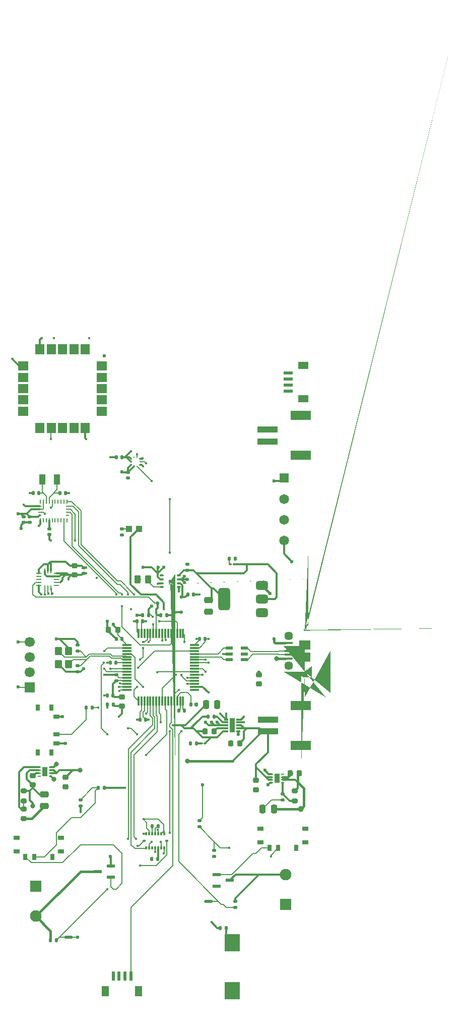
<source format=gbr>
G04 #@! TF.GenerationSoftware,KiCad,Pcbnew,9.0.4*
G04 #@! TF.CreationDate,2025-12-10T12:01:20-06:00*
G04 #@! TF.ProjectId,flightcompv2,666c6967-6874-4636-9f6d-7076322e6b69,rev?*
G04 #@! TF.SameCoordinates,Original*
G04 #@! TF.FileFunction,Copper,L1,Top*
G04 #@! TF.FilePolarity,Positive*
%FSLAX46Y46*%
G04 Gerber Fmt 4.6, Leading zero omitted, Abs format (unit mm)*
G04 Created by KiCad (PCBNEW 9.0.4) date 2025-12-10 12:01:20*
%MOMM*%
%LPD*%
G01*
G04 APERTURE LIST*
G04 Aperture macros list*
%AMRoundRect*
0 Rectangle with rounded corners*
0 $1 Rounding radius*
0 $2 $3 $4 $5 $6 $7 $8 $9 X,Y pos of 4 corners*
0 Add a 4 corners polygon primitive as box body*
4,1,4,$2,$3,$4,$5,$6,$7,$8,$9,$2,$3,0*
0 Add four circle primitives for the rounded corners*
1,1,$1+$1,$2,$3*
1,1,$1+$1,$4,$5*
1,1,$1+$1,$6,$7*
1,1,$1+$1,$8,$9*
0 Add four rect primitives between the rounded corners*
20,1,$1+$1,$2,$3,$4,$5,0*
20,1,$1+$1,$4,$5,$6,$7,0*
20,1,$1+$1,$6,$7,$8,$9,0*
20,1,$1+$1,$8,$9,$2,$3,0*%
%AMFreePoly0*
4,1,123,1.203536,0.953536,1.205000,0.950000,1.205000,-0.950000,1.203536,-0.953536,1.200000,-0.955000,-0.100000,-0.955000,-0.100192,-0.954996,-0.126192,-0.953996,-0.126383,-0.953985,-0.152383,-0.951985,-0.152573,-0.951967,-0.178573,-0.948967,-0.178944,-0.948910,-0.204944,-0.943910,-0.205167,-0.943862,-0.230167,-0.937862,-0.230300,-0.937828,-0.256300,-0.930828,-0.256756,-0.930682,-0.280756,-0.921682,
-0.280923,-0.921615,-0.304923,-0.911615,-0.305083,-0.911545,-0.329083,-0.900545,-0.329460,-0.900353,-0.352460,-0.887353,-0.352684,-0.887218,-0.396684,-0.859218,-0.397030,-0.858977,-0.418030,-0.842977,-0.418238,-0.842810,-0.438238,-0.825810,-0.438439,-0.825630,-0.457439,-0.807630,-0.457630,-0.807439,-0.475630,-0.788439,-0.475810,-0.788238,-0.492810,-0.768238,-0.492977,-0.768030,-0.508977,-0.747030,
-0.509218,-0.746684,-0.537218,-0.702684,-0.537353,-0.702460,-0.550353,-0.679460,-0.550545,-0.679083,-0.561545,-0.655083,-0.561615,-0.654923,-0.571615,-0.630923,-0.571682,-0.630756,-0.580682,-0.606756,-0.580828,-0.606300,-0.587828,-0.580300,-0.587862,-0.580167,-0.593862,-0.555167,-0.593910,-0.554944,-0.598910,-0.528944,-0.598967,-0.528573,-0.601967,-0.502573,-0.601985,-0.502383,-0.603985,-0.476383,
-0.603996,-0.476192,-0.604996,-0.450192,-0.605000,-0.450000,-0.605000,0.450000,-0.604996,0.450192,-0.603996,0.476192,-0.603985,0.476383,-0.601985,0.502383,-0.601967,0.502573,-0.598967,0.528573,-0.598910,0.528944,-0.593910,0.554944,-0.593862,0.555167,-0.587862,0.580167,-0.587828,0.580300,-0.580828,0.606300,-0.580682,0.606756,-0.571682,0.630756,-0.571615,0.630923,-0.561615,0.654923,
-0.561545,0.655083,-0.550545,0.679083,-0.550353,0.679460,-0.537353,0.702460,-0.537218,0.702684,-0.509218,0.746684,-0.508977,0.747030,-0.492977,0.768030,-0.492810,0.768238,-0.475810,0.788238,-0.475630,0.788439,-0.457630,0.807439,-0.457439,0.807630,-0.438439,0.825630,-0.438238,0.825810,-0.418238,0.842810,-0.418030,0.842977,-0.397030,0.858977,-0.396684,0.859218,-0.352684,0.887218,
-0.352460,0.887353,-0.329460,0.900353,-0.329083,0.900545,-0.305083,0.911545,-0.304923,0.911615,-0.280923,0.921615,-0.280756,0.921682,-0.256756,0.930682,-0.256300,0.930828,-0.230300,0.937828,-0.230167,0.937862,-0.205167,0.943862,-0.204944,0.943910,-0.178944,0.948910,-0.178573,0.948967,-0.152573,0.951967,-0.152383,0.951985,-0.126383,0.953985,-0.126192,0.953996,-0.100192,0.954996,
-0.100000,0.955000,1.200000,0.955000,1.203536,0.953536,1.203536,0.953536,$1*%
%AMFreePoly1*
4,1,123,0.100192,0.954996,0.126192,0.953996,0.126383,0.953985,0.152383,0.951985,0.152573,0.951967,0.178573,0.948967,0.178944,0.948910,0.204944,0.943910,0.205167,0.943862,0.230167,0.937862,0.230300,0.937828,0.256300,0.930828,0.256756,0.930682,0.280756,0.921682,0.280923,0.921615,0.304923,0.911615,0.305083,0.911545,0.329083,0.900545,0.329460,0.900353,0.352460,0.887353,
0.352684,0.887218,0.396684,0.859218,0.397030,0.858977,0.418030,0.842977,0.418238,0.842810,0.438238,0.825810,0.438439,0.825630,0.457439,0.807630,0.457630,0.807439,0.475630,0.788439,0.475810,0.788238,0.492810,0.768238,0.492977,0.768030,0.508977,0.747030,0.509218,0.746684,0.537218,0.702684,0.537353,0.702460,0.550353,0.679460,0.550545,0.679083,0.561545,0.655083,
0.561615,0.654923,0.571615,0.630923,0.571682,0.630756,0.580682,0.606756,0.580828,0.606300,0.587828,0.580300,0.587862,0.580167,0.593862,0.555167,0.593910,0.554944,0.598910,0.528944,0.598967,0.528573,0.601967,0.502573,0.601985,0.502383,0.603985,0.476383,0.603996,0.476192,0.604996,0.450192,0.605000,0.450000,0.605000,-0.450000,0.604996,-0.450192,0.603996,-0.476192,
0.603985,-0.476383,0.601985,-0.502383,0.601967,-0.502573,0.598967,-0.528573,0.598910,-0.528944,0.593910,-0.554944,0.593862,-0.555167,0.587862,-0.580167,0.587828,-0.580300,0.580828,-0.606300,0.580682,-0.606756,0.571682,-0.630756,0.571615,-0.630923,0.561615,-0.654923,0.561545,-0.655083,0.550545,-0.679083,0.550353,-0.679460,0.537353,-0.702460,0.537218,-0.702684,0.509218,-0.746684,
0.508977,-0.747030,0.492977,-0.768030,0.492810,-0.768238,0.475810,-0.788238,0.475630,-0.788439,0.457630,-0.807439,0.457439,-0.807630,0.438439,-0.825630,0.438238,-0.825810,0.418238,-0.842810,0.418030,-0.842977,0.397030,-0.858977,0.396684,-0.859218,0.352684,-0.887218,0.352460,-0.887353,0.329460,-0.900353,0.329083,-0.900545,0.305083,-0.911545,0.304923,-0.911615,0.280923,-0.921615,
0.280756,-0.921682,0.256756,-0.930682,0.256300,-0.930828,0.230300,-0.937828,0.230167,-0.937862,0.205167,-0.943862,0.204944,-0.943910,0.178944,-0.948910,0.178573,-0.948967,0.152573,-0.951967,0.152383,-0.951985,0.126383,-0.953985,0.126192,-0.953996,0.100192,-0.954996,0.100000,-0.955000,-1.200000,-0.955000,-1.203536,-0.953536,-1.205000,-0.950000,-1.205000,0.950000,-1.203536,0.953536,
-1.200000,0.955000,0.100000,0.955000,0.100192,0.954996,0.100192,0.954996,$1*%
%AMFreePoly2*
4,1,153,0.781581,1.204743,0.783810,1.204000,0.785000,1.204000,0.786581,1.203743,0.788810,1.203000,0.790000,1.203000,0.791581,1.202743,0.794581,1.201743,0.795236,1.201472,0.796920,1.200630,0.799581,1.199743,0.801536,1.198536,0.802964,1.197108,0.804236,1.196472,0.805536,1.195536,0.806964,1.194108,0.808236,1.193472,0.809536,1.192536,0.817536,1.184536,0.818472,1.183236,
0.819108,1.181964,0.820536,1.180536,0.821472,1.179236,0.822108,1.177964,0.823536,1.176536,0.824743,1.174581,0.825630,1.171920,0.826472,1.170236,0.826743,1.169581,0.827743,1.166581,0.828000,1.165000,0.828000,1.163810,0.828743,1.161581,0.829000,1.160000,0.829000,1.158810,0.829743,1.156581,0.830000,1.155000,0.830000,-1.155000,0.829743,-1.156581,0.829000,-1.158810,
0.829000,-1.160000,0.828743,-1.161581,0.828000,-1.163810,0.828000,-1.165000,0.827743,-1.166581,0.826743,-1.169581,0.826472,-1.170236,0.825630,-1.171920,0.824743,-1.174581,0.823536,-1.176536,0.822108,-1.177964,0.821472,-1.179236,0.820536,-1.180536,0.819108,-1.181964,0.818472,-1.183236,0.817536,-1.184536,0.809536,-1.192536,0.808236,-1.193472,0.806964,-1.194108,0.805536,-1.195536,
0.804236,-1.196472,0.802964,-1.197108,0.801536,-1.198536,0.799581,-1.199743,0.796920,-1.200630,0.795236,-1.201472,0.794581,-1.201743,0.791581,-1.202743,0.790000,-1.203000,0.788810,-1.203000,0.786581,-1.203743,0.785000,-1.204000,0.783810,-1.204000,0.781581,-1.204743,0.780000,-1.205000,-0.780000,-1.205000,-0.781581,-1.204743,-0.783810,-1.204000,-0.785000,-1.204000,-0.786581,-1.203743,
-0.788810,-1.203000,-0.790000,-1.203000,-0.791581,-1.202743,-0.794581,-1.201743,-0.795236,-1.201472,-0.796920,-1.200630,-0.799581,-1.199743,-0.801536,-1.198536,-0.802964,-1.197108,-0.804236,-1.196472,-0.805536,-1.195536,-0.806964,-1.194108,-0.808236,-1.193472,-0.809536,-1.192536,-0.817536,-1.184536,-0.818472,-1.183236,-0.819108,-1.181964,-0.820536,-1.180536,-0.821472,-1.179236,-0.822108,-1.177964,
-0.823536,-1.176536,-0.824743,-1.174581,-0.825630,-1.171920,-0.826472,-1.170236,-0.826743,-1.169581,-0.827743,-1.166581,-0.828000,-1.165000,-0.828000,-1.163810,-0.828743,-1.161581,-0.829000,-1.160000,-0.829000,-1.158810,-0.829743,-1.156581,-0.830000,-1.155000,-0.830000,1.155000,-0.829743,1.156581,-0.829000,1.158810,-0.829000,1.160000,-0.828743,1.161581,-0.828000,1.163810,-0.828000,1.165000,
-0.827743,1.166581,-0.826743,1.169581,-0.826472,1.170236,-0.825630,1.171920,-0.824743,1.174581,-0.823536,1.176536,-0.822108,1.177964,-0.821472,1.179236,-0.820536,1.180536,-0.819108,1.181964,-0.818472,1.183236,-0.817536,1.184536,-0.809536,1.192536,-0.808236,1.193472,-0.806964,1.194108,-0.805536,1.195536,-0.804236,1.196472,-0.802964,1.197108,-0.801536,1.198536,-0.799581,1.199743,
-0.796920,1.200630,-0.795236,1.201472,-0.794581,1.201743,-0.791581,1.202743,-0.790000,1.203000,-0.788810,1.203000,-0.786581,1.203743,-0.785000,1.204000,-0.783810,1.204000,-0.781581,1.204743,-0.780000,1.205000,0.780000,1.205000,0.781581,1.204743,0.781581,1.204743,$1*%
G04 Aperture macros list end*
G04 #@! TA.AperFunction,EtchedComponent*
%ADD10C,0.000000*%
G04 #@! TD*
G04 #@! TA.AperFunction,SMDPad,CuDef*
%ADD11R,1.000000X1.800000*%
G04 #@! TD*
G04 #@! TA.AperFunction,SMDPad,CuDef*
%ADD12RoundRect,0.250000X-0.475000X0.250000X-0.475000X-0.250000X0.475000X-0.250000X0.475000X0.250000X0*%
G04 #@! TD*
G04 #@! TA.AperFunction,SMDPad,CuDef*
%ADD13RoundRect,0.218750X-0.256250X0.218750X-0.256250X-0.218750X0.256250X-0.218750X0.256250X0.218750X0*%
G04 #@! TD*
G04 #@! TA.AperFunction,SMDPad,CuDef*
%ADD14R,1.100000X0.700000*%
G04 #@! TD*
G04 #@! TA.AperFunction,SMDPad,CuDef*
%ADD15R,0.800000X1.000000*%
G04 #@! TD*
G04 #@! TA.AperFunction,SMDPad,CuDef*
%ADD16R,1.549400X0.609600*%
G04 #@! TD*
G04 #@! TA.AperFunction,SMDPad,CuDef*
%ADD17R,1.803400X1.193800*%
G04 #@! TD*
G04 #@! TA.AperFunction,SMDPad,CuDef*
%ADD18RoundRect,0.225000X0.225000X0.250000X-0.225000X0.250000X-0.225000X-0.250000X0.225000X-0.250000X0*%
G04 #@! TD*
G04 #@! TA.AperFunction,SMDPad,CuDef*
%ADD19RoundRect,0.140000X-0.140000X-0.170000X0.140000X-0.170000X0.140000X0.170000X-0.140000X0.170000X0*%
G04 #@! TD*
G04 #@! TA.AperFunction,SMDPad,CuDef*
%ADD20RoundRect,0.073750X-0.531250X-0.221250X0.531250X-0.221250X0.531250X0.221250X-0.531250X0.221250X0*%
G04 #@! TD*
G04 #@! TA.AperFunction,SMDPad,CuDef*
%ADD21RoundRect,0.225000X-0.250000X0.225000X-0.250000X-0.225000X0.250000X-0.225000X0.250000X0.225000X0*%
G04 #@! TD*
G04 #@! TA.AperFunction,SMDPad,CuDef*
%ADD22RoundRect,0.250000X-0.350000X0.450000X-0.350000X-0.450000X0.350000X-0.450000X0.350000X0.450000X0*%
G04 #@! TD*
G04 #@! TA.AperFunction,SMDPad,CuDef*
%ADD23R,0.609600X1.549400*%
G04 #@! TD*
G04 #@! TA.AperFunction,SMDPad,CuDef*
%ADD24R,1.193800X1.803400*%
G04 #@! TD*
G04 #@! TA.AperFunction,SMDPad,CuDef*
%ADD25RoundRect,0.135000X0.185000X-0.135000X0.185000X0.135000X-0.185000X0.135000X-0.185000X-0.135000X0*%
G04 #@! TD*
G04 #@! TA.AperFunction,SMDPad,CuDef*
%ADD26R,1.100000X1.000000*%
G04 #@! TD*
G04 #@! TA.AperFunction,SMDPad,CuDef*
%ADD27RoundRect,0.218750X-0.218750X-0.256250X0.218750X-0.256250X0.218750X0.256250X-0.218750X0.256250X0*%
G04 #@! TD*
G04 #@! TA.AperFunction,SMDPad,CuDef*
%ADD28RoundRect,0.135000X-0.135000X-0.185000X0.135000X-0.185000X0.135000X0.185000X-0.135000X0.185000X0*%
G04 #@! TD*
G04 #@! TA.AperFunction,SMDPad,CuDef*
%ADD29R,1.350000X0.400000*%
G04 #@! TD*
G04 #@! TA.AperFunction,ComponentPad*
%ADD30C,1.450000*%
G04 #@! TD*
G04 #@! TA.AperFunction,ComponentPad*
%ADD31FreePoly0,90.000000*%
G04 #@! TD*
G04 #@! TA.AperFunction,SMDPad,CuDef*
%ADD32R,1.900000X1.500000*%
G04 #@! TD*
G04 #@! TA.AperFunction,ComponentPad*
%ADD33FreePoly1,90.000000*%
G04 #@! TD*
G04 #@! TA.AperFunction,SMDPad,CuDef*
%ADD34RoundRect,0.140000X0.170000X-0.140000X0.170000X0.140000X-0.170000X0.140000X-0.170000X-0.140000X0*%
G04 #@! TD*
G04 #@! TA.AperFunction,SMDPad,CuDef*
%ADD35R,2.500000X3.000000*%
G04 #@! TD*
G04 #@! TA.AperFunction,SMDPad,CuDef*
%ADD36R,0.499999X0.249999*%
G04 #@! TD*
G04 #@! TA.AperFunction,SMDPad,CuDef*
%ADD37R,0.900001X1.599999*%
G04 #@! TD*
G04 #@! TA.AperFunction,SMDPad,CuDef*
%ADD38R,1.320800X0.558800*%
G04 #@! TD*
G04 #@! TA.AperFunction,SMDPad,CuDef*
%ADD39RoundRect,0.200000X-0.275000X0.200000X-0.275000X-0.200000X0.275000X-0.200000X0.275000X0.200000X0*%
G04 #@! TD*
G04 #@! TA.AperFunction,SMDPad,CuDef*
%ADD40R,0.250000X0.675000*%
G04 #@! TD*
G04 #@! TA.AperFunction,SMDPad,CuDef*
%ADD41R,0.575000X0.250000*%
G04 #@! TD*
G04 #@! TA.AperFunction,SMDPad,CuDef*
%ADD42RoundRect,0.225000X0.250000X-0.225000X0.250000X0.225000X-0.250000X0.225000X-0.250000X-0.225000X0*%
G04 #@! TD*
G04 #@! TA.AperFunction,ComponentPad*
%ADD43R,1.650000X1.650000*%
G04 #@! TD*
G04 #@! TA.AperFunction,ComponentPad*
%ADD44C,1.650000*%
G04 #@! TD*
G04 #@! TA.AperFunction,SMDPad,CuDef*
%ADD45RoundRect,0.140000X0.140000X0.170000X-0.140000X0.170000X-0.140000X-0.170000X0.140000X-0.170000X0*%
G04 #@! TD*
G04 #@! TA.AperFunction,SMDPad,CuDef*
%ADD46R,0.250000X0.275000*%
G04 #@! TD*
G04 #@! TA.AperFunction,SMDPad,CuDef*
%ADD47R,0.275000X0.250000*%
G04 #@! TD*
G04 #@! TA.AperFunction,SMDPad,CuDef*
%ADD48R,3.500000X1.000000*%
G04 #@! TD*
G04 #@! TA.AperFunction,SMDPad,CuDef*
%ADD49R,3.400000X1.500000*%
G04 #@! TD*
G04 #@! TA.AperFunction,SMDPad,CuDef*
%ADD50RoundRect,0.135000X0.135000X0.185000X-0.135000X0.185000X-0.135000X-0.185000X0.135000X-0.185000X0*%
G04 #@! TD*
G04 #@! TA.AperFunction,SMDPad,CuDef*
%ADD51RoundRect,0.075000X-0.700000X-0.075000X0.700000X-0.075000X0.700000X0.075000X-0.700000X0.075000X0*%
G04 #@! TD*
G04 #@! TA.AperFunction,SMDPad,CuDef*
%ADD52RoundRect,0.075000X-0.075000X-0.700000X0.075000X-0.700000X0.075000X0.700000X-0.075000X0.700000X0*%
G04 #@! TD*
G04 #@! TA.AperFunction,SMDPad,CuDef*
%ADD53RoundRect,0.250000X-0.262500X-0.450000X0.262500X-0.450000X0.262500X0.450000X-0.262500X0.450000X0*%
G04 #@! TD*
G04 #@! TA.AperFunction,ComponentPad*
%ADD54R,1.950000X1.950000*%
G04 #@! TD*
G04 #@! TA.AperFunction,ComponentPad*
%ADD55C,1.950000*%
G04 #@! TD*
G04 #@! TA.AperFunction,SMDPad,CuDef*
%ADD56C,0.500000*%
G04 #@! TD*
G04 #@! TA.AperFunction,SMDPad,CuDef*
%ADD57R,1.800000X1.500000*%
G04 #@! TD*
G04 #@! TA.AperFunction,SMDPad,CuDef*
%ADD58R,1.500000X1.800000*%
G04 #@! TD*
G04 #@! TA.AperFunction,SMDPad,CuDef*
%ADD59RoundRect,0.140000X-0.170000X0.140000X-0.170000X-0.140000X0.170000X-0.140000X0.170000X0.140000X0*%
G04 #@! TD*
G04 #@! TA.AperFunction,SMDPad,CuDef*
%ADD60RoundRect,0.135000X-0.185000X0.135000X-0.185000X-0.135000X0.185000X-0.135000X0.185000X0.135000X0*%
G04 #@! TD*
G04 #@! TA.AperFunction,SMDPad,CuDef*
%ADD61RoundRect,0.250000X0.250000X0.475000X-0.250000X0.475000X-0.250000X-0.475000X0.250000X-0.475000X0*%
G04 #@! TD*
G04 #@! TA.AperFunction,SMDPad,CuDef*
%ADD62R,0.700000X1.100000*%
G04 #@! TD*
G04 #@! TA.AperFunction,SMDPad,CuDef*
%ADD63R,1.000000X0.800000*%
G04 #@! TD*
G04 #@! TA.AperFunction,SMDPad,CuDef*
%ADD64RoundRect,0.052500X-0.247500X-0.097500X0.247500X-0.097500X0.247500X0.097500X-0.247500X0.097500X0*%
G04 #@! TD*
G04 #@! TA.AperFunction,SMDPad,CuDef*
%ADD65FreePoly2,0.000000*%
G04 #@! TD*
G04 #@! TA.AperFunction,SMDPad,CuDef*
%ADD66RoundRect,0.250000X-0.250000X-0.475000X0.250000X-0.475000X0.250000X0.475000X-0.250000X0.475000X0*%
G04 #@! TD*
G04 #@! TA.AperFunction,SMDPad,CuDef*
%ADD67R,0.350000X0.590000*%
G04 #@! TD*
G04 #@! TA.AperFunction,SMDPad,CuDef*
%ADD68R,0.590000X0.350000*%
G04 #@! TD*
G04 #@! TA.AperFunction,ComponentPad*
%ADD69R,1.700000X1.700000*%
G04 #@! TD*
G04 #@! TA.AperFunction,ComponentPad*
%ADD70C,1.700000*%
G04 #@! TD*
G04 #@! TA.AperFunction,SMDPad,CuDef*
%ADD71RoundRect,0.375000X0.625000X0.375000X-0.625000X0.375000X-0.625000X-0.375000X0.625000X-0.375000X0*%
G04 #@! TD*
G04 #@! TA.AperFunction,SMDPad,CuDef*
%ADD72RoundRect,0.500000X0.500000X1.400000X-0.500000X1.400000X-0.500000X-1.400000X0.500000X-1.400000X0*%
G04 #@! TD*
G04 #@! TA.AperFunction,SMDPad,CuDef*
%ADD73R,0.830000X0.270000*%
G04 #@! TD*
G04 #@! TA.AperFunction,SMDPad,CuDef*
%ADD74R,0.270000X0.830000*%
G04 #@! TD*
G04 #@! TA.AperFunction,SMDPad,CuDef*
%ADD75RoundRect,0.100000X-0.130000X-0.100000X0.130000X-0.100000X0.130000X0.100000X-0.130000X0.100000X0*%
G04 #@! TD*
G04 #@! TA.AperFunction,SMDPad,CuDef*
%ADD76RoundRect,0.033750X0.336250X0.101250X-0.336250X0.101250X-0.336250X-0.101250X0.336250X-0.101250X0*%
G04 #@! TD*
G04 #@! TA.AperFunction,SMDPad,CuDef*
%ADD77R,0.840000X2.400000*%
G04 #@! TD*
G04 #@! TA.AperFunction,SMDPad,CuDef*
%ADD78RoundRect,0.200000X0.275000X-0.200000X0.275000X0.200000X-0.275000X0.200000X-0.275000X-0.200000X0*%
G04 #@! TD*
G04 #@! TA.AperFunction,SMDPad,CuDef*
%ADD79RoundRect,0.218750X0.218750X0.256250X-0.218750X0.256250X-0.218750X-0.256250X0.218750X-0.256250X0*%
G04 #@! TD*
G04 #@! TA.AperFunction,ViaPad*
%ADD80C,0.600000*%
G04 #@! TD*
G04 #@! TA.AperFunction,ViaPad*
%ADD81C,0.400000*%
G04 #@! TD*
G04 #@! TA.AperFunction,ViaPad*
%ADD82C,0.800000*%
G04 #@! TD*
G04 #@! TA.AperFunction,ViaPad*
%ADD83C,1.000000*%
G04 #@! TD*
G04 #@! TA.AperFunction,ViaPad*
%ADD84C,0.700000*%
G04 #@! TD*
G04 #@! TA.AperFunction,Conductor*
%ADD85C,0.300000*%
G04 #@! TD*
G04 #@! TA.AperFunction,Conductor*
%ADD86C,0.200000*%
G04 #@! TD*
G04 #@! TA.AperFunction,Conductor*
%ADD87C,0.350000*%
G04 #@! TD*
G04 #@! TA.AperFunction,Conductor*
%ADD88C,0.400000*%
G04 #@! TD*
G04 APERTURE END LIST*
D10*
G04 #@! TA.AperFunction,EtchedComponent*
G36*
X165500000Y-139250000D02*
G01*
X164500000Y-139250000D01*
X164500000Y-138750000D01*
X165500000Y-138750000D01*
X165500000Y-139250000D01*
G37*
G04 #@! TD.AperFunction*
G04 #@! TA.AperFunction,EtchedComponent*
G36*
X189000000Y-133250000D02*
G01*
X188000000Y-133250000D01*
X188000000Y-132750000D01*
X189000000Y-132750000D01*
X189000000Y-133250000D01*
G37*
G04 #@! TD.AperFunction*
D11*
X163062500Y-62250000D03*
X160562500Y-62250000D03*
D12*
X160950001Y-115100000D03*
X160950001Y-117000000D03*
D13*
X158950001Y-111925000D03*
X158950001Y-113500000D03*
D14*
X163000000Y-102000000D03*
X163000000Y-105000000D03*
X163000000Y-106500000D03*
D15*
X159800000Y-108000000D03*
X159800000Y-100500000D03*
X162100000Y-100500000D03*
X162100000Y-108000000D03*
D12*
X188500000Y-82500000D03*
X188500000Y-84400000D03*
D16*
X201891550Y-44405050D03*
X201891550Y-45405051D03*
X201891550Y-46405049D03*
X201891550Y-47405050D03*
D17*
X204416549Y-43105051D03*
X204416549Y-48705049D03*
D18*
X193775000Y-106500000D03*
X192225000Y-106500000D03*
D19*
X163540000Y-64500000D03*
X164500000Y-64500000D03*
D20*
X192000000Y-90550000D03*
X192000000Y-91500000D03*
X192000000Y-92450000D03*
X194510000Y-92450000D03*
X194510000Y-91500000D03*
X194510000Y-90550000D03*
D13*
X174000000Y-98712500D03*
X174000000Y-100287500D03*
D21*
X197000000Y-95000000D03*
X197000000Y-96550000D03*
D22*
X163300000Y-91000000D03*
X163300000Y-93200000D03*
X165000000Y-93200000D03*
X165000000Y-91000000D03*
D23*
X175500000Y-145578400D03*
X174499999Y-145578400D03*
X173500001Y-145578400D03*
X172500000Y-145578400D03*
D24*
X176799999Y-148103399D03*
X171200001Y-148103399D03*
D25*
X187000000Y-120520000D03*
X187000000Y-119500000D03*
D26*
X175150000Y-70500000D03*
X176850000Y-70500000D03*
D27*
X202212500Y-111500000D03*
X203787500Y-111500000D03*
D28*
X161980000Y-139500000D03*
X163000000Y-139500000D03*
D29*
X202000000Y-92300000D03*
X202000000Y-91650000D03*
X202000000Y-91000000D03*
X202000000Y-90350000D03*
X202000000Y-89700000D03*
D30*
X201975000Y-93500000D03*
X201975000Y-88500000D03*
D31*
X204675000Y-94500000D03*
D32*
X204675000Y-92000000D03*
X204675000Y-90000000D03*
D33*
X204675000Y-87500000D03*
D34*
X185000000Y-77460000D03*
X185000000Y-76500000D03*
D35*
X192500000Y-148000000D03*
X192500000Y-140000000D03*
D36*
X161950001Y-111999999D03*
X161950001Y-111500000D03*
X161950001Y-110999998D03*
X161950001Y-110500000D03*
X160049999Y-110500000D03*
X160049999Y-110999998D03*
X160049999Y-111500000D03*
X160049999Y-111999999D03*
D37*
X161000000Y-111250001D03*
D38*
X172092200Y-128939800D03*
X172092200Y-127060200D03*
X169907800Y-128000000D03*
D39*
X157450001Y-114500000D03*
X157450001Y-116150000D03*
D40*
X160250000Y-65937500D03*
D41*
X160187500Y-66750000D03*
X160187500Y-67250000D03*
X160187500Y-67750000D03*
X160187500Y-68250000D03*
D40*
X160250000Y-69062500D03*
X160750000Y-69062500D03*
X161250000Y-69062500D03*
X161750000Y-69062500D03*
X162250000Y-69062500D03*
X162750000Y-69062500D03*
X163250000Y-69062500D03*
X163750000Y-69062500D03*
X164250000Y-69062500D03*
X164750000Y-69062500D03*
D41*
X164812500Y-68250000D03*
X164812500Y-67750000D03*
X164812500Y-67250000D03*
X164812500Y-66750000D03*
D40*
X164750000Y-65937500D03*
X164250000Y-65937500D03*
X163750000Y-65937500D03*
X163250000Y-65937500D03*
X162750000Y-65937500D03*
X162250000Y-65937500D03*
X161750000Y-65937500D03*
X161250000Y-65937500D03*
X160750000Y-65937500D03*
D42*
X166000000Y-78275000D03*
X166000000Y-76725000D03*
D43*
X201195000Y-62000000D03*
D44*
X201195000Y-65500000D03*
X201195000Y-69000000D03*
X201195000Y-72500000D03*
D36*
X199099998Y-111649998D03*
X199099998Y-112149997D03*
X199099998Y-112649999D03*
X199099998Y-113149997D03*
X201000000Y-113149997D03*
X201000000Y-112649999D03*
X201000000Y-112149997D03*
X201000000Y-111649998D03*
D37*
X200049999Y-112399996D03*
D45*
X172500000Y-100000000D03*
X171540000Y-100000000D03*
D46*
X176000000Y-60025000D03*
X176500000Y-60025000D03*
D47*
X177012500Y-59762500D03*
X177012500Y-59262500D03*
X177012500Y-58762500D03*
D46*
X176500000Y-58500000D03*
X176000000Y-58500000D03*
D47*
X175487500Y-58762500D03*
X175487500Y-59262500D03*
X175487500Y-59762500D03*
D21*
X164500000Y-112225000D03*
X164500000Y-113775000D03*
D19*
X187020000Y-89000000D03*
X187980000Y-89000000D03*
D48*
X198500000Y-104500000D03*
X198500000Y-102500000D03*
D49*
X204050000Y-106850000D03*
X204050000Y-100150000D03*
D19*
X179006238Y-125869998D03*
X179966238Y-125869998D03*
D50*
X178500000Y-85000000D03*
X177480000Y-85000000D03*
D51*
X174825000Y-90000000D03*
X174825000Y-90500000D03*
X174825000Y-91000000D03*
X174825000Y-91500000D03*
X174825000Y-92000000D03*
X174825000Y-92500000D03*
X174825000Y-93000000D03*
X174825000Y-93500000D03*
X174825000Y-94000000D03*
X174825000Y-94500000D03*
X174825000Y-95000000D03*
X174825000Y-95500000D03*
X174825000Y-96000000D03*
X174825000Y-96500000D03*
X174825000Y-97000000D03*
X174825000Y-97500000D03*
D52*
X176750000Y-99425000D03*
X177250000Y-99425000D03*
X177750000Y-99425000D03*
X178250000Y-99425000D03*
X178750000Y-99425000D03*
X179250000Y-99425000D03*
X179750000Y-99425000D03*
X180250000Y-99425000D03*
X180750000Y-99425000D03*
X181250000Y-99425000D03*
X181750000Y-99425000D03*
X182250000Y-99425000D03*
X182750000Y-99425000D03*
X183250000Y-99425000D03*
X183750000Y-99425000D03*
X184250000Y-99425000D03*
D51*
X186175000Y-97500000D03*
X186175000Y-97000000D03*
X186175000Y-96500000D03*
X186175000Y-96000000D03*
X186175000Y-95500000D03*
X186175000Y-95000000D03*
X186175000Y-94500000D03*
X186175000Y-94000000D03*
X186175000Y-93500000D03*
X186175000Y-93000000D03*
X186175000Y-92500000D03*
X186175000Y-92000000D03*
X186175000Y-91500000D03*
X186175000Y-91000000D03*
X186175000Y-90500000D03*
X186175000Y-90000000D03*
D52*
X184250000Y-88075000D03*
X183750000Y-88075000D03*
X183250000Y-88075000D03*
X182750000Y-88075000D03*
X182250000Y-88075000D03*
X181750000Y-88075000D03*
X181250000Y-88075000D03*
X180750000Y-88075000D03*
X180250000Y-88075000D03*
X179750000Y-88075000D03*
X179250000Y-88075000D03*
X178750000Y-88075000D03*
X178250000Y-88075000D03*
X177750000Y-88075000D03*
X177250000Y-88075000D03*
X176750000Y-88075000D03*
D53*
X176577500Y-79000000D03*
X178402500Y-79000000D03*
D45*
X172480000Y-98500000D03*
X171520000Y-98500000D03*
D19*
X185540000Y-100000000D03*
X186500000Y-100000000D03*
D45*
X177980000Y-102500000D03*
X177020000Y-102500000D03*
D54*
X159500000Y-130500000D03*
D55*
X159500000Y-135500000D03*
D39*
X203000000Y-114500000D03*
X203000000Y-116150000D03*
D50*
X186510000Y-106500000D03*
X185490000Y-106500000D03*
D56*
X165500000Y-139000000D03*
X164500000Y-139000000D03*
D34*
X167500000Y-77980000D03*
X167500000Y-77020000D03*
D28*
X191980000Y-75500000D03*
X193000000Y-75500000D03*
D25*
X200990000Y-116020000D03*
X200990000Y-115000000D03*
D57*
X157400000Y-43200000D03*
X157400000Y-45100000D03*
X157400000Y-47000000D03*
X157400000Y-48900000D03*
X157400000Y-50800000D03*
D58*
X160200000Y-53600000D03*
X162100000Y-53600000D03*
X164000000Y-53600000D03*
X165900000Y-53600000D03*
X167800000Y-53600000D03*
D57*
X170600000Y-50800000D03*
X170600000Y-48900000D03*
X170600000Y-47000000D03*
X170600000Y-45100000D03*
X170600000Y-43200000D03*
D58*
X167800000Y-40400000D03*
X165900000Y-40400000D03*
X164000000Y-40400000D03*
X162100000Y-40400000D03*
X160200000Y-40400000D03*
D21*
X196500000Y-112725000D03*
X196500000Y-114275000D03*
D59*
X157500000Y-68480000D03*
X157500000Y-69440000D03*
D28*
X180490000Y-85000000D03*
X181510000Y-85000000D03*
D60*
X174000000Y-70500000D03*
X174000000Y-71520000D03*
D61*
X199500000Y-117500000D03*
X197600000Y-117500000D03*
D50*
X171000000Y-114000000D03*
X169980000Y-114000000D03*
D28*
X190490000Y-137500000D03*
X191510000Y-137500000D03*
D34*
X173000000Y-95980000D03*
X173000000Y-95020000D03*
D62*
X203250000Y-124050000D03*
X200250000Y-124050000D03*
X198750000Y-124050000D03*
D63*
X197250000Y-120850000D03*
X204750000Y-120850000D03*
X204750000Y-123150000D03*
X197250000Y-123150000D03*
D59*
X166500000Y-93500000D03*
X166500000Y-94460000D03*
D60*
X193000000Y-132990000D03*
X193000000Y-134010000D03*
D19*
X185040000Y-81500000D03*
X186000000Y-81500000D03*
D64*
X180700000Y-78350000D03*
X180700000Y-79000000D03*
X180700000Y-79650000D03*
X180700000Y-80300000D03*
X183500000Y-80300000D03*
X183500000Y-79650000D03*
X183500000Y-79000000D03*
X183500000Y-78350000D03*
D65*
X182100000Y-79325000D03*
D66*
X188100000Y-100000000D03*
X190000000Y-100000000D03*
D67*
X178071238Y-121704998D03*
X178571238Y-121704998D03*
X179071238Y-121704998D03*
X179571238Y-121704998D03*
X180071238Y-121704998D03*
X180571238Y-121704998D03*
X181071238Y-121704998D03*
D68*
X181486238Y-122869998D03*
D67*
X181071238Y-124034998D03*
X180571238Y-124034998D03*
X180071238Y-124034998D03*
X179571238Y-124034998D03*
X179071238Y-124034998D03*
X178571238Y-124034998D03*
X178071238Y-124034998D03*
D68*
X177656238Y-122869998D03*
D25*
X189500000Y-125510000D03*
X189500000Y-124490000D03*
D38*
X189907800Y-128560200D03*
X189907800Y-130439800D03*
X192092200Y-129500000D03*
D59*
X158500000Y-68500000D03*
X158500000Y-69460000D03*
D45*
X180051238Y-120369998D03*
X179091238Y-120369998D03*
D69*
X158500000Y-97120000D03*
D70*
X158500000Y-94580000D03*
X158500000Y-92040000D03*
X158500000Y-89500000D03*
D54*
X201500000Y-133500000D03*
D55*
X201500000Y-128500000D03*
D71*
X197500000Y-84600000D03*
X197500000Y-82300000D03*
D72*
X191200000Y-82300000D03*
D71*
X197500000Y-80000000D03*
D19*
X176520000Y-86000000D03*
X177480000Y-86000000D03*
D45*
X173980000Y-58525000D03*
X173020000Y-58525000D03*
D62*
X162250000Y-125550000D03*
X159250000Y-125550000D03*
X157750000Y-125550000D03*
D63*
X156250000Y-122350000D03*
X163750000Y-122350000D03*
X163750000Y-124650000D03*
X156250000Y-124650000D03*
D18*
X173275000Y-87500000D03*
X171725000Y-87500000D03*
D73*
X160030000Y-78000000D03*
X160030000Y-78500000D03*
X160030000Y-79000000D03*
X160030000Y-79500000D03*
X160030000Y-80000000D03*
D74*
X161000000Y-80470000D03*
X161500000Y-80470000D03*
X162000000Y-80470000D03*
D73*
X162970000Y-80000000D03*
X162970000Y-79500000D03*
X162970000Y-79000000D03*
X162970000Y-78500000D03*
X162970000Y-78000000D03*
D74*
X162000000Y-77530000D03*
X161500000Y-77530000D03*
X161000000Y-77530000D03*
D75*
X192180000Y-76500000D03*
X192820000Y-76500000D03*
D56*
X188000000Y-133000000D03*
X189000000Y-133000000D03*
D48*
X198450000Y-55850000D03*
X198450000Y-53850000D03*
D49*
X204000000Y-58200000D03*
X204000000Y-51500000D03*
D34*
X175000000Y-61980000D03*
X175000000Y-61020000D03*
D28*
X188480000Y-102000000D03*
X189500000Y-102000000D03*
D76*
X193500000Y-104500000D03*
X193500000Y-104000000D03*
X193500000Y-103500000D03*
X193500000Y-103000000D03*
X193500000Y-102500000D03*
X191510000Y-102500000D03*
X191510000Y-103000000D03*
X191510000Y-103500000D03*
X191510000Y-104000000D03*
X191510000Y-104500000D03*
D77*
X192505000Y-103500000D03*
D45*
X173980000Y-89000000D03*
X173020000Y-89000000D03*
X172980000Y-93000000D03*
X172020000Y-93000000D03*
D25*
X167000000Y-117010000D03*
X167000000Y-115990000D03*
D45*
X160000000Y-64500000D03*
X159040000Y-64500000D03*
D59*
X161812500Y-70500000D03*
X161812500Y-71460000D03*
D75*
X187335000Y-106500000D03*
X187975000Y-106500000D03*
D34*
X166500000Y-91000000D03*
X166500000Y-90040000D03*
D28*
X167990000Y-100500000D03*
X169010000Y-100500000D03*
D78*
X157500000Y-119150000D03*
X157500000Y-117500000D03*
D45*
X184500000Y-101000000D03*
X183540000Y-101000000D03*
D79*
X189500000Y-104500000D03*
X187925000Y-104500000D03*
D80*
X188000000Y-103000000D03*
D81*
X172000000Y-58500000D03*
D80*
X189000000Y-103000000D03*
D81*
X173500000Y-102000000D03*
X165900000Y-40400000D03*
X162500000Y-38500000D03*
D80*
X164446500Y-106500000D03*
X184500000Y-78500000D03*
D81*
X176500000Y-58000000D03*
D80*
X198000000Y-56000000D03*
D81*
X178500000Y-102500000D03*
D80*
X199500000Y-62500000D03*
X190014074Y-103000000D03*
D81*
X164000000Y-40400000D03*
D80*
X156500000Y-97000000D03*
X185000000Y-79000000D03*
D81*
X180071238Y-125704998D03*
D80*
X172500000Y-86500000D03*
X184000000Y-84500000D03*
X184500000Y-101000000D03*
D81*
X179071238Y-120204998D03*
X167980000Y-77020000D03*
D80*
X174000000Y-61000000D03*
X156500000Y-68000000D03*
X176500000Y-85000000D03*
D81*
X186500000Y-89000000D03*
X160000000Y-70000000D03*
X157000000Y-45000000D03*
X176000000Y-86000000D03*
D80*
X184500000Y-79500000D03*
D81*
X157500000Y-47000000D03*
D80*
X197000000Y-94610000D03*
D81*
X194510000Y-91500000D03*
D82*
X200000000Y-92305000D03*
D80*
X198851000Y-81351000D03*
D82*
X185000000Y-109500000D03*
X166950001Y-111000000D03*
D80*
X184000000Y-82000000D03*
D81*
X180100000Y-79700000D03*
X182500000Y-103500000D03*
X184000000Y-95000000D03*
X181000000Y-84000000D03*
X176646446Y-93853554D03*
X184500000Y-89500000D03*
X188000000Y-94500000D03*
X184000000Y-104500000D03*
X172500000Y-145578400D03*
X177500000Y-89500000D03*
X181362139Y-89134078D03*
X173500001Y-145578400D03*
X174499999Y-145578400D03*
X179896446Y-94603554D03*
X169995675Y-100495675D03*
X178500000Y-89500000D03*
X189000000Y-136500000D03*
X180503000Y-103000000D03*
X187500000Y-95000000D03*
D80*
X187500000Y-113500000D03*
D81*
X192000000Y-124000000D03*
X199000000Y-125500000D03*
X174500000Y-114000000D03*
X188500000Y-98000000D03*
X182550000Y-86500000D03*
X176000000Y-81500000D03*
X174000000Y-81500000D03*
X174000000Y-83500000D03*
X185000000Y-96500000D03*
X173000000Y-81500000D03*
X175000000Y-81500000D03*
X180200000Y-86000000D03*
X185000000Y-95500000D03*
X166117811Y-72500000D03*
X173487858Y-97043543D03*
X175000000Y-104000000D03*
X176500000Y-105000000D03*
X177571238Y-121704998D03*
X181000000Y-125000000D03*
X176349000Y-122500000D03*
X177000000Y-127000000D03*
X175000000Y-122500000D03*
X177500000Y-97000000D03*
X179000000Y-123000000D03*
X178000000Y-108500000D03*
X180000000Y-121029998D03*
X173505142Y-97693316D03*
X179570860Y-124710290D03*
X176571238Y-123704998D03*
X173662454Y-96417428D03*
X180500000Y-123000000D03*
X182000000Y-104500000D03*
X182000000Y-121500000D03*
X180750000Y-89250000D03*
X179150000Y-85250000D03*
X178000000Y-59500000D03*
X161000000Y-81500000D03*
D80*
X178950437Y-83501983D03*
D81*
X165900000Y-53600000D03*
X179250000Y-86500000D03*
D80*
X179953205Y-83000000D03*
D81*
X179000000Y-62500000D03*
X170600000Y-48900000D03*
X177000000Y-92500000D03*
X176500000Y-97000000D03*
X162000000Y-55500000D03*
X177500000Y-90500000D03*
X162286800Y-81400000D03*
X178000000Y-101500000D03*
X171000000Y-91000000D03*
X171500000Y-105000000D03*
X171500000Y-131000000D03*
X170899997Y-93000000D03*
D80*
X172000000Y-125500000D03*
D81*
X177500000Y-60000000D03*
X183500000Y-81000000D03*
D80*
X197500000Y-84600000D03*
D81*
X178000000Y-86000000D03*
D80*
X190000000Y-100000000D03*
D81*
X175500000Y-57500000D03*
X188500000Y-89000000D03*
D80*
X186450000Y-100000000D03*
X198500000Y-113500000D03*
D81*
X171000000Y-98500000D03*
X167000000Y-118000000D03*
D80*
X202500000Y-76000000D03*
X180100000Y-77000000D03*
D81*
X162000000Y-67000000D03*
X160200000Y-53600000D03*
X177571238Y-119204998D03*
D80*
X161000000Y-111250001D03*
D82*
X162500000Y-112500000D03*
X163000000Y-110000000D03*
D80*
X175000000Y-61980000D03*
D81*
X171500000Y-100500000D03*
X180051238Y-120369998D03*
D80*
X157000000Y-70480000D03*
D81*
X171000000Y-95000000D03*
X191000000Y-91500000D03*
D80*
X199500000Y-89000000D03*
X171500000Y-86000000D03*
D81*
X157500000Y-66500000D03*
X174000000Y-71520000D03*
D80*
X167500000Y-94000000D03*
D83*
X198500000Y-102500000D03*
D81*
X188000000Y-133000000D03*
X194500000Y-102000000D03*
X170600000Y-50800000D03*
X168000000Y-55500000D03*
X167800000Y-40300000D03*
D82*
X157500000Y-119150000D03*
D81*
X176577500Y-79000000D03*
D80*
X196500000Y-114275000D03*
D81*
X177461538Y-58662500D03*
D80*
X164000000Y-102000000D03*
X166500000Y-139000000D03*
D81*
X155600000Y-42000000D03*
D80*
X189907800Y-130439800D03*
D84*
X192500000Y-148000000D03*
D81*
X171500000Y-93000000D03*
X165000000Y-79000000D03*
X158500000Y-64500000D03*
X168500000Y-38500000D03*
D80*
X198000000Y-54000000D03*
X192225000Y-106500000D03*
D81*
X187000000Y-81500000D03*
D80*
X193500000Y-105000000D03*
X181000000Y-77000000D03*
D81*
X190510000Y-101500000D03*
D80*
X171000000Y-41500000D03*
D81*
X162000000Y-72500000D03*
D80*
X164500000Y-113775000D03*
D81*
X157400000Y-50800000D03*
X189500000Y-125510000D03*
D80*
X185490000Y-106500000D03*
D81*
X161000000Y-68000000D03*
X185000000Y-76500000D03*
X176500000Y-102500000D03*
D80*
X197600000Y-117500000D03*
D81*
X179071238Y-125704998D03*
D80*
X156500000Y-89500000D03*
D81*
X170600000Y-43200000D03*
D82*
X197000000Y-96550000D03*
D80*
X182100000Y-79325000D03*
D81*
X160399997Y-81500000D03*
X194500000Y-103000000D03*
D80*
X163000000Y-89000000D03*
D81*
X160500000Y-38500000D03*
X193000000Y-75500000D03*
D80*
X177500000Y-77000000D03*
D81*
X165040000Y-64500000D03*
X168000000Y-78000000D03*
D80*
X198000000Y-111000000D03*
D81*
X191500000Y-101500000D03*
D80*
X200000000Y-112500000D03*
X188500000Y-84400000D03*
X183540000Y-101000000D03*
D81*
X161637380Y-81372524D03*
X157400000Y-48900000D03*
X188000000Y-92500000D03*
X188500000Y-93000000D03*
X201891550Y-44405050D03*
X183500000Y-97500000D03*
X175500000Y-84000000D03*
X172000000Y-94000000D03*
X201891550Y-46405049D03*
D83*
X204000000Y-117500000D03*
D82*
X159000000Y-117000000D03*
D81*
X171000000Y-94000000D03*
X201891550Y-45405051D03*
X169766060Y-78733937D03*
X183000000Y-95000000D03*
X201891550Y-47405050D03*
X182000000Y-65500000D03*
X182000000Y-74500000D03*
D85*
X162000000Y-76000000D02*
X164500000Y-76000000D01*
X160250000Y-69062500D02*
X160250000Y-69750000D01*
X162000000Y-77530000D02*
X162000000Y-76000000D01*
X158000000Y-68000000D02*
X158750000Y-67250000D01*
D86*
X187020000Y-89155000D02*
X186175000Y-90000000D01*
X157400000Y-47000000D02*
X157500000Y-47000000D01*
X179091238Y-121684998D02*
X179071238Y-121704998D01*
X176520000Y-87845000D02*
X176520000Y-86000000D01*
X179091238Y-120369998D02*
X179091238Y-120224998D01*
X160702000Y-67250000D02*
X160187500Y-67250000D01*
X186450000Y-90000000D02*
X186500000Y-89950000D01*
D85*
X189500000Y-103492963D02*
X190507037Y-103492963D01*
X167500000Y-77020000D02*
X167980000Y-77020000D01*
X180071238Y-124034998D02*
X180071238Y-125764998D01*
X184000000Y-79000000D02*
X184500000Y-78500000D01*
X160250000Y-69750000D02*
X160000000Y-70000000D01*
X160030000Y-78000000D02*
X160030000Y-77348000D01*
D86*
X157100000Y-45100000D02*
X157000000Y-45000000D01*
X177499000Y-102019000D02*
X177980000Y-102500000D01*
X160776000Y-65963500D02*
X160776000Y-67176000D01*
X173275000Y-87500000D02*
X173275000Y-88295000D01*
D85*
X172500000Y-86500000D02*
X172500000Y-86725000D01*
X162000000Y-76000000D02*
X161500000Y-76500000D01*
D86*
X176500000Y-58500000D02*
X176500000Y-58000000D01*
X184250000Y-99425000D02*
X184250000Y-100750000D01*
X177750000Y-101041479D02*
X177499000Y-101292479D01*
X157400000Y-45100000D02*
X157100000Y-45100000D01*
D85*
X172025000Y-58525000D02*
X172000000Y-58500000D01*
X174000000Y-100287500D02*
X174000000Y-101500000D01*
X184000000Y-84500000D02*
X183000000Y-84500000D01*
X189492963Y-103492963D02*
X189500000Y-103492963D01*
X160030000Y-77348000D02*
X160878000Y-76500000D01*
X177480000Y-85000000D02*
X176500000Y-85000000D01*
D86*
X179966238Y-125809998D02*
X180071238Y-125704998D01*
D85*
X158750000Y-67250000D02*
X160187500Y-67250000D01*
X190014074Y-103000000D02*
X190514074Y-103500000D01*
D86*
X198150000Y-55850000D02*
X198000000Y-56000000D01*
D85*
X157020000Y-68000000D02*
X157500000Y-68480000D01*
X165225000Y-76725000D02*
X166000000Y-76725000D01*
D86*
X173275000Y-87500000D02*
X173275000Y-87275000D01*
D85*
X182500000Y-85000000D02*
X181510000Y-85000000D01*
X177980000Y-102500000D02*
X178500000Y-102500000D01*
X183000000Y-84500000D02*
X182500000Y-85000000D01*
D86*
X179966238Y-125869998D02*
X179966238Y-125809998D01*
X179091238Y-120224998D02*
X179071238Y-120204998D01*
X176750000Y-88075000D02*
X176520000Y-87845000D01*
D85*
X172500000Y-86725000D02*
X173275000Y-87500000D01*
D86*
X177750000Y-99425000D02*
X177750000Y-101041479D01*
D85*
X188500000Y-103500000D02*
X188000000Y-103000000D01*
X167205000Y-76725000D02*
X167500000Y-77020000D01*
D86*
X160750000Y-65937500D02*
X160776000Y-65963500D01*
X187020000Y-89000000D02*
X187020000Y-89155000D01*
D85*
X173020000Y-58525000D02*
X172025000Y-58525000D01*
X158000000Y-68000000D02*
X158500000Y-68500000D01*
X183500000Y-79000000D02*
X184000000Y-79000000D01*
X176520000Y-86000000D02*
X176000000Y-86000000D01*
X200445000Y-62500000D02*
X199500000Y-62500000D01*
X190000000Y-103000000D02*
X190014074Y-103000000D01*
X175005000Y-61020000D02*
X176000000Y-60025000D01*
X172787500Y-100287500D02*
X172500000Y-100000000D01*
X175000000Y-61020000D02*
X175000000Y-60250000D01*
X174000000Y-101500000D02*
X173500000Y-102000000D01*
X168000000Y-77000000D02*
X167980000Y-77020000D01*
X156500000Y-68000000D02*
X158000000Y-68000000D01*
D86*
X184250000Y-100750000D02*
X184500000Y-101000000D01*
D85*
X159937500Y-68500000D02*
X160187500Y-68250000D01*
X189500000Y-103492963D02*
X188507037Y-103492963D01*
D86*
X160776000Y-67176000D02*
X160702000Y-67250000D01*
D85*
X190507037Y-103492963D02*
X190514074Y-103500000D01*
D86*
X198450000Y-55850000D02*
X198150000Y-55850000D01*
D85*
X175000000Y-61020000D02*
X175005000Y-61020000D01*
D86*
X177499000Y-101292479D02*
X177499000Y-102019000D01*
D85*
X161500000Y-76500000D02*
X161500000Y-77530000D01*
D86*
X186175000Y-90000000D02*
X186450000Y-90000000D01*
X187020000Y-89000000D02*
X186500000Y-89000000D01*
X173980000Y-89000000D02*
X173980000Y-89155000D01*
D85*
X160878000Y-76500000D02*
X161500000Y-76500000D01*
X188507037Y-103492963D02*
X188500000Y-103500000D01*
D86*
X173980000Y-89155000D02*
X174825000Y-90000000D01*
D85*
X174000000Y-61000000D02*
X174020000Y-61020000D01*
X164500000Y-76000000D02*
X165225000Y-76725000D01*
X166000000Y-76725000D02*
X167205000Y-76725000D01*
D87*
X163000000Y-106500000D02*
X164446500Y-106500000D01*
D86*
X158500000Y-97120000D02*
X156620000Y-97120000D01*
D85*
X201195000Y-61750000D02*
X200445000Y-62500000D01*
X174000000Y-100287500D02*
X172787500Y-100287500D01*
X184000000Y-79000000D02*
X184500000Y-79500000D01*
X184000000Y-79000000D02*
X185000000Y-79000000D01*
X156500000Y-68000000D02*
X157020000Y-68000000D01*
X189000000Y-103000000D02*
X189492963Y-103492963D01*
X180071238Y-125764998D02*
X179966238Y-125869998D01*
D86*
X173275000Y-88295000D02*
X173980000Y-89000000D01*
D85*
X174020000Y-61020000D02*
X175000000Y-61020000D01*
D86*
X179091238Y-120369998D02*
X179091238Y-121684998D01*
D85*
X190514074Y-103500000D02*
X191510000Y-103500000D01*
D86*
X156620000Y-97120000D02*
X156500000Y-97000000D01*
D85*
X158500000Y-68500000D02*
X159937500Y-68500000D01*
X175000000Y-60250000D02*
X175487500Y-59762500D01*
D86*
X173063572Y-95916428D02*
X173000000Y-95980000D01*
D85*
X172692500Y-98712500D02*
X172480000Y-98500000D01*
D86*
X174825000Y-96000000D02*
X173953547Y-96000000D01*
X173869975Y-95916428D02*
X173063572Y-95916428D01*
D85*
X172480000Y-98500000D02*
X172480000Y-96500000D01*
D86*
X173953547Y-96000000D02*
X173869975Y-95916428D01*
D85*
X174000000Y-98712500D02*
X172692500Y-98712500D01*
X172480000Y-96500000D02*
X173000000Y-95980000D01*
D86*
X174825000Y-93000000D02*
X172980000Y-93000000D01*
X168500000Y-91500000D02*
X172003612Y-91500000D01*
X173937888Y-91851000D02*
X173987888Y-91901000D01*
X168000000Y-92000000D02*
X168500000Y-91500000D01*
X168000000Y-92000000D02*
X164300000Y-92000000D01*
X173987888Y-91901000D02*
X174726000Y-91901000D01*
X164300000Y-92000000D02*
X163300000Y-91000000D01*
X168000000Y-92000000D02*
X167000000Y-91000000D01*
X167000000Y-91000000D02*
X166500000Y-91000000D01*
X172003612Y-91500000D02*
X172354612Y-91851000D01*
X172354612Y-91851000D02*
X173937888Y-91851000D01*
X174726000Y-91901000D02*
X174825000Y-92000000D01*
X173987888Y-92401000D02*
X174726000Y-92401000D01*
X173799000Y-92208501D02*
X173799000Y-92212112D01*
X173799000Y-92212112D02*
X173987888Y-92401000D01*
X166500000Y-93500000D02*
X166996388Y-93500000D01*
X168000000Y-92459000D02*
X165741000Y-92459000D01*
X173792499Y-92202000D02*
X173799000Y-92208501D01*
X172209223Y-92202000D02*
X173792499Y-92202000D01*
X166996388Y-93500000D02*
X168645388Y-91851000D01*
X171858224Y-91851000D02*
X172209223Y-92202000D01*
X174726000Y-92401000D02*
X174825000Y-92500000D01*
X165741000Y-92459000D02*
X165000000Y-93200000D01*
X168645388Y-91851000D02*
X171858224Y-91851000D01*
D88*
X200000000Y-92305000D02*
X201420000Y-92305000D01*
D85*
X194510000Y-91500000D02*
X194500000Y-91500000D01*
X197000000Y-94610000D02*
X197000000Y-95000000D01*
D88*
X198851000Y-81351000D02*
X197500000Y-80000000D01*
D85*
X200000000Y-78000000D02*
X198500000Y-76500000D01*
X189400000Y-80500000D02*
X189000000Y-80500000D01*
X185960000Y-77460000D02*
X185000000Y-77460000D01*
X198500000Y-76500000D02*
X195000000Y-76500000D01*
X186500000Y-78000000D02*
X185960000Y-77460000D01*
X195000000Y-76500000D02*
X195000000Y-77500000D01*
X184390000Y-77460000D02*
X183500000Y-78350000D01*
X195000000Y-76500000D02*
X192820000Y-76500000D01*
X199700000Y-82300000D02*
X200000000Y-82000000D01*
X200000000Y-82000000D02*
X200000000Y-78000000D01*
X189000000Y-80500000D02*
X189000000Y-82000000D01*
X189000000Y-80500000D02*
X186500000Y-78000000D01*
X185000000Y-77460000D02*
X184390000Y-77460000D01*
X194500000Y-78000000D02*
X186500000Y-78000000D01*
X195000000Y-77500000D02*
X194500000Y-78000000D01*
X189000000Y-82000000D02*
X188500000Y-82500000D01*
X197500000Y-82300000D02*
X199700000Y-82300000D01*
X191200000Y-82300000D02*
X189400000Y-80500000D01*
D86*
X163062500Y-63937500D02*
X163062500Y-62250000D01*
X162000000Y-65000000D02*
X162500000Y-64500000D01*
X162000000Y-65000000D02*
X163062500Y-63937500D01*
X162500000Y-64500000D02*
X163540000Y-64500000D01*
X161750000Y-65250000D02*
X162000000Y-65000000D01*
X161750000Y-65937500D02*
X161750000Y-65250000D01*
X160562500Y-64312500D02*
X160562500Y-62250000D01*
X161250000Y-65000000D02*
X161125000Y-64875000D01*
X161125000Y-64875000D02*
X160750000Y-64500000D01*
X161250000Y-65937500D02*
X161250000Y-65000000D01*
X160750000Y-64500000D02*
X160000000Y-64500000D01*
X161125000Y-64875000D02*
X160562500Y-64312500D01*
D85*
X161750000Y-70437500D02*
X161750000Y-69062500D01*
X161812500Y-70500000D02*
X161750000Y-70437500D01*
X194500000Y-104000000D02*
X193500000Y-104000000D01*
D86*
X196500000Y-112725000D02*
X196500000Y-112225000D01*
D85*
X166000000Y-111000000D02*
X163500000Y-111000000D01*
X196500000Y-110000000D02*
X198500000Y-108000000D01*
X198149997Y-112149997D02*
X199099998Y-112149997D01*
X162499998Y-110999998D02*
X161950001Y-110999998D01*
D88*
X192625000Y-109500000D02*
X185000000Y-109500000D01*
D85*
X197125000Y-104000000D02*
X195000000Y-104000000D01*
X197625000Y-104500000D02*
X192625000Y-109500000D01*
X197625000Y-104500000D02*
X197125000Y-104000000D01*
X195000000Y-104000000D02*
X194500000Y-104000000D01*
X196500000Y-110500000D02*
X196500000Y-112225000D01*
X165725000Y-111000000D02*
X164500000Y-112225000D01*
X196500000Y-110500000D02*
X198149997Y-112149997D01*
X163000000Y-111500000D02*
X162499998Y-110999998D01*
X194500000Y-105775000D02*
X193775000Y-106500000D01*
X194000000Y-103500000D02*
X193500000Y-103500000D01*
X198500000Y-108000000D02*
X198500000Y-104500000D01*
X198649999Y-112649999D02*
X198149997Y-112149997D01*
X199099998Y-112649999D02*
X198649999Y-112649999D01*
X166950001Y-111000000D02*
X166000000Y-111000000D01*
X194500000Y-104000000D02*
X194000000Y-103500000D01*
X163500000Y-111000000D02*
X163000000Y-111500000D01*
X195000000Y-104000000D02*
X194500000Y-104500000D01*
X196500000Y-110000000D02*
X196500000Y-110500000D01*
X163000000Y-111500000D02*
X161950001Y-111500000D01*
X194500000Y-104500000D02*
X194500000Y-105775000D01*
X166000000Y-111000000D02*
X165725000Y-111000000D01*
X184600000Y-103500000D02*
X188100000Y-100000000D01*
X190000000Y-105500000D02*
X189000000Y-105500000D01*
X184500000Y-104000000D02*
X184000000Y-103500000D01*
X184151000Y-81849000D02*
X184151000Y-80001001D01*
X180100000Y-79700000D02*
X180650000Y-79700000D01*
X180650000Y-79700000D02*
X180700000Y-79650000D01*
X184000000Y-103500000D02*
X182500000Y-103500000D01*
X187500000Y-102000000D02*
X187000000Y-102500000D01*
X184000000Y-82000000D02*
X184540000Y-82000000D01*
X184151000Y-80001001D02*
X183799999Y-79650000D01*
X180100000Y-79700000D02*
X180000000Y-79800000D01*
X188975000Y-105500000D02*
X187975000Y-106500000D01*
X184000000Y-103500000D02*
X184600000Y-103500000D01*
X185500000Y-104000000D02*
X184500000Y-104000000D01*
X186000000Y-104000000D02*
X185500000Y-104000000D01*
X187925000Y-104500000D02*
X186500000Y-104500000D01*
X184540000Y-82000000D02*
X185040000Y-81500000D01*
X187500000Y-105500000D02*
X186000000Y-104000000D01*
X183799999Y-79650000D02*
X183500000Y-79650000D01*
X191510000Y-104500000D02*
X191000000Y-104500000D01*
X189000000Y-105500000D02*
X187500000Y-105500000D01*
X184000000Y-82000000D02*
X184151000Y-81849000D01*
X191510000Y-104500000D02*
X191500000Y-104510000D01*
X191000000Y-104500000D02*
X190000000Y-105500000D01*
X187000000Y-102500000D02*
X185500000Y-104000000D01*
X188480000Y-102000000D02*
X187500000Y-102000000D01*
X186500000Y-104500000D02*
X186000000Y-104000000D01*
X189000000Y-105500000D02*
X188975000Y-105500000D01*
D86*
X191980000Y-75500000D02*
X191980000Y-76300000D01*
X191980000Y-76300000D02*
X192180000Y-76500000D01*
D85*
X187335000Y-106500000D02*
X186510000Y-106500000D01*
D86*
X175150000Y-70500000D02*
X174000000Y-70500000D01*
D85*
X175449000Y-79838616D02*
X177159384Y-81549000D01*
X175449000Y-71901000D02*
X175449000Y-79838616D01*
D86*
X184791479Y-96000000D02*
X184000000Y-95208521D01*
D85*
X179686810Y-81549000D02*
X181000000Y-82862190D01*
X176850000Y-70500000D02*
X175449000Y-71901000D01*
X181000000Y-82862190D02*
X181000000Y-84000000D01*
D86*
X186175000Y-96000000D02*
X184791479Y-96000000D01*
D85*
X177159384Y-81549000D02*
X179686810Y-81549000D01*
D86*
X184000000Y-95208521D02*
X184000000Y-95000000D01*
X201420000Y-91655000D02*
X200294999Y-91655000D01*
X196010000Y-91555000D02*
X195115000Y-92450000D01*
X195115000Y-92450000D02*
X194510000Y-92450000D01*
X200294999Y-91655000D02*
X200194999Y-91555000D01*
X200194999Y-91555000D02*
X196010000Y-91555000D01*
X195050000Y-90550000D02*
X195605000Y-91105000D01*
X200294999Y-91005000D02*
X200194999Y-91105000D01*
X201420000Y-91005000D02*
X200294999Y-91005000D01*
X200194999Y-91105000D02*
X195605000Y-91105000D01*
X194510000Y-90550000D02*
X195050000Y-90550000D01*
X179500000Y-91000000D02*
X186175000Y-91000000D01*
X176646446Y-93853554D02*
X179500000Y-91000000D01*
X184500000Y-89500000D02*
X184500000Y-88325000D01*
X184500000Y-88325000D02*
X184250000Y-88075000D01*
X191510000Y-134010000D02*
X191000000Y-133500000D01*
X190650057Y-133500000D02*
X190150057Y-133000000D01*
X190650057Y-133500000D02*
X183499000Y-126348943D01*
X193000000Y-134010000D02*
X191510000Y-134010000D01*
X191000000Y-133500000D02*
X190650057Y-133500000D01*
X188000000Y-94500000D02*
X187500000Y-94000000D01*
X187500000Y-94000000D02*
X186175000Y-94000000D01*
X190150057Y-133000000D02*
X189000000Y-133000000D01*
X183499000Y-105001000D02*
X184000000Y-104500000D01*
X183499000Y-126348943D02*
X183499000Y-105001000D01*
D85*
X190000000Y-104000000D02*
X189500000Y-104500000D01*
X191510000Y-104000000D02*
X190000000Y-104000000D01*
X191510000Y-137500000D02*
X191510000Y-139010000D01*
X191510000Y-139010000D02*
X192500000Y-140000000D01*
D86*
X177791479Y-89500000D02*
X177500000Y-89500000D01*
X178250000Y-88075000D02*
X178250000Y-89041479D01*
X178250000Y-89041479D02*
X177791479Y-89500000D01*
X181250000Y-88075000D02*
X181250000Y-89021939D01*
X181250000Y-89021939D02*
X181362139Y-89134078D01*
X180000000Y-94500000D02*
X179896446Y-94603554D01*
X185000000Y-94500000D02*
X181500000Y-94500000D01*
X181500000Y-94500000D02*
X180000000Y-94500000D01*
X186175000Y-94500000D02*
X185000000Y-94500000D01*
X182500000Y-127000000D02*
X175500000Y-134000000D01*
X175500000Y-134000000D02*
X175500000Y-145578400D01*
X181999000Y-103292479D02*
X182250000Y-103041479D01*
X182500000Y-104208521D02*
X181999000Y-103707521D01*
X182250000Y-103041479D02*
X182250000Y-99425000D01*
X182500000Y-127000000D02*
X182500000Y-104208521D01*
X181999000Y-103707521D02*
X181999000Y-103292479D01*
X167990000Y-102510000D02*
X165500000Y-105000000D01*
X165500000Y-105000000D02*
X163000000Y-105000000D01*
X167990000Y-100500000D02*
X167990000Y-102510000D01*
X169014325Y-100495675D02*
X169010000Y-100500000D01*
X178750000Y-89250000D02*
X178500000Y-89500000D01*
X169995675Y-100495675D02*
X169014325Y-100495675D01*
X178750000Y-88075000D02*
X178750000Y-89250000D01*
D85*
X190490000Y-137500000D02*
X190000000Y-137500000D01*
D86*
X180250000Y-99425000D02*
X180250000Y-101401000D01*
X180503000Y-101654000D02*
X180503000Y-103000000D01*
X180250000Y-101401000D02*
X180503000Y-101654000D01*
D85*
X190000000Y-137500000D02*
X189000000Y-136500000D01*
X191510000Y-103000000D02*
X190934728Y-103000000D01*
X190934728Y-103000000D02*
X189934728Y-102000000D01*
X189934728Y-102000000D02*
X189500000Y-102000000D01*
D86*
X187500000Y-113500000D02*
X187500000Y-119000000D01*
X186175000Y-95000000D02*
X187500000Y-95000000D01*
X187500000Y-119000000D02*
X187000000Y-119500000D01*
X190490000Y-124000000D02*
X192000000Y-124000000D01*
X189500000Y-124490000D02*
X189500000Y-123010000D01*
X189500000Y-123010000D02*
X190490000Y-124000000D01*
X187010000Y-120520000D02*
X189500000Y-123010000D01*
X187000000Y-120520000D02*
X187010000Y-120520000D01*
X199000000Y-125500000D02*
X199000000Y-125300000D01*
X199000000Y-125300000D02*
X200250000Y-124050000D01*
X162999000Y-121501000D02*
X162999000Y-123001000D01*
X163000000Y-123500000D02*
X160950000Y-125550000D01*
X169980000Y-114000000D02*
X169500000Y-114480000D01*
X162999000Y-123001000D02*
X163000000Y-123001000D01*
X169500000Y-116500000D02*
X167000000Y-119000000D01*
X168990000Y-114000000D02*
X167000000Y-115990000D01*
X165500000Y-119000000D02*
X162999000Y-121501000D01*
X169500000Y-114480000D02*
X169500000Y-116500000D01*
X163000000Y-123001000D02*
X163000000Y-123500000D01*
X169500000Y-114000000D02*
X168990000Y-114000000D01*
X167000000Y-119000000D02*
X165500000Y-119000000D01*
X169500000Y-114000000D02*
X169980000Y-114000000D01*
X160950000Y-125550000D02*
X159250000Y-125550000D01*
D85*
X188500000Y-98000000D02*
X187500000Y-97000000D01*
X187500000Y-97000000D02*
X186175000Y-97000000D01*
X171000000Y-114000000D02*
X174000000Y-114000000D01*
X174000000Y-114000000D02*
X174500000Y-114000000D01*
D86*
X180700000Y-80300000D02*
X179300000Y-80300000D01*
X179300000Y-80300000D02*
X178000000Y-79000000D01*
X196000000Y-125000000D02*
X192439800Y-128560200D01*
X196500000Y-125000000D02*
X197450000Y-124050000D01*
X196500000Y-125000000D02*
X196000000Y-125000000D01*
X197450000Y-124050000D02*
X198750000Y-124050000D01*
X192439800Y-128560200D02*
X189907800Y-128560200D01*
X172500000Y-131000000D02*
X173000000Y-131000000D01*
X172092200Y-128939800D02*
X172092200Y-130592200D01*
X158700000Y-126500000D02*
X157750000Y-125550000D01*
X167000000Y-123500000D02*
X164000000Y-126500000D01*
X164000000Y-126500000D02*
X158700000Y-126500000D01*
X173000000Y-131000000D02*
X174000000Y-130000000D01*
X172500000Y-123500000D02*
X167000000Y-123500000D01*
X174000000Y-130000000D02*
X174000000Y-125000000D01*
X174000000Y-125000000D02*
X172500000Y-123500000D01*
X172092200Y-130592200D02*
X172500000Y-131000000D01*
X182750000Y-86750000D02*
X182500000Y-86500000D01*
X182500000Y-86500000D02*
X182550000Y-86500000D01*
X173218461Y-79281540D02*
X173781540Y-79281540D01*
X167085911Y-73148990D02*
X173218461Y-79281540D01*
X173781540Y-79281540D02*
X175500000Y-81000000D01*
X164750000Y-65937500D02*
X165504600Y-65937500D01*
X175500000Y-81000000D02*
X176000000Y-81500000D01*
X182750000Y-88075000D02*
X182750000Y-86750000D01*
X167085911Y-67518811D02*
X167085911Y-73000000D01*
X165504600Y-65937500D02*
X167085911Y-67518811D01*
X167085911Y-73000000D02*
X167085911Y-73148990D01*
X165617811Y-73382190D02*
X173501000Y-81265379D01*
X182000000Y-90000000D02*
X182250000Y-89750000D01*
X173765379Y-81265379D02*
X174000000Y-81500000D01*
X174000000Y-83500000D02*
X174000000Y-87000000D01*
X182250000Y-89750000D02*
X182250000Y-88075000D01*
X177000000Y-90000000D02*
X182000000Y-90000000D01*
X174000000Y-87000000D02*
X177000000Y-90000000D01*
X164812500Y-67750000D02*
X165250000Y-67750000D01*
X165617811Y-68117811D02*
X165617811Y-73382190D01*
X165250000Y-67750000D02*
X165617811Y-68117811D01*
X173501000Y-81265379D02*
X173765379Y-81265379D01*
X173000000Y-81331479D02*
X173000000Y-81500000D01*
X185000000Y-96500000D02*
X186175000Y-96500000D01*
X164250000Y-72581479D02*
X173000000Y-81331479D01*
X164250000Y-69062500D02*
X164250000Y-72581479D01*
X166684911Y-67684911D02*
X166684911Y-73315090D01*
X183000000Y-86000000D02*
X183250000Y-86250000D01*
X173590711Y-79815090D02*
X175000000Y-81224379D01*
X164812500Y-66750000D02*
X165750000Y-66750000D01*
X175000000Y-81224379D02*
X175000000Y-81500000D01*
X183250000Y-86250000D02*
X183250000Y-88075000D01*
X180200000Y-86000000D02*
X183000000Y-86000000D01*
X165750000Y-66750000D02*
X166684911Y-67684911D01*
X166684911Y-73315090D02*
X173184911Y-79815090D01*
X173184911Y-79815090D02*
X173590711Y-79815090D01*
X166151361Y-68074361D02*
X166038500Y-67961500D01*
X166038500Y-67961500D02*
X166117811Y-68040811D01*
X166117811Y-68040811D02*
X166117811Y-72500000D01*
X185000000Y-95500000D02*
X186175000Y-95500000D01*
X165327000Y-67250000D02*
X164812500Y-67250000D01*
X166038500Y-67961500D02*
X165327000Y-67250000D01*
X173531401Y-97000000D02*
X173487858Y-97043543D01*
X175000000Y-104000000D02*
X175500000Y-104000000D01*
X174825000Y-97000000D02*
X173531401Y-97000000D01*
X175500000Y-104000000D02*
X176500000Y-105000000D01*
X177571238Y-121704998D02*
X178071238Y-121704998D01*
X176349000Y-122500000D02*
X176000000Y-122151000D01*
X179903000Y-104597000D02*
X179903000Y-101918857D01*
X179750000Y-101765857D02*
X179750000Y-99425000D01*
X181071238Y-124928762D02*
X181000000Y-125000000D01*
X176000000Y-108500000D02*
X179903000Y-104597000D01*
X176000000Y-122151000D02*
X176000000Y-108500000D01*
X179903000Y-101918857D02*
X179750000Y-101765857D01*
X181071238Y-124034998D02*
X181071238Y-124928762D01*
X179101000Y-102251057D02*
X178750000Y-101900057D01*
X179703074Y-127000000D02*
X177000000Y-127000000D01*
X178750000Y-101900057D02*
X178750000Y-99425000D01*
X175071000Y-107429000D02*
X179101000Y-103399000D01*
X175000000Y-122500000D02*
X175071000Y-122429000D01*
X181497238Y-122880998D02*
X181497238Y-125205836D01*
X175071000Y-122429000D02*
X175071000Y-107429000D01*
X181486238Y-122869998D02*
X181497238Y-122880998D01*
X181497238Y-125205836D02*
X179703074Y-127000000D01*
X179101000Y-103399000D02*
X179101000Y-102251057D01*
X177500000Y-97000000D02*
X176195446Y-95695446D01*
X176195446Y-95695446D02*
X176195446Y-92095447D01*
X176195446Y-92095447D02*
X175599999Y-91500000D01*
X178571238Y-124034998D02*
X178571238Y-123428762D01*
X178571238Y-123428762D02*
X179000000Y-123000000D01*
X175599999Y-91500000D02*
X174825000Y-91500000D01*
X181250000Y-99425000D02*
X181250000Y-100750000D01*
X181250000Y-100750000D02*
X181500000Y-101000000D01*
X180071238Y-121704998D02*
X180071238Y-121101236D01*
X181500000Y-101000000D02*
X181500000Y-105000000D01*
X181500000Y-105000000D02*
X178000000Y-108500000D01*
X180071238Y-121101236D02*
X180000000Y-121029998D01*
X179571238Y-124709912D02*
X179570860Y-124710290D01*
X173698458Y-97500000D02*
X173505142Y-97693316D01*
X179571238Y-124034998D02*
X179571238Y-124709912D01*
X174825000Y-97500000D02*
X173698458Y-97500000D01*
X179502000Y-103998000D02*
X175500000Y-108000000D01*
X176155998Y-124155998D02*
X175500000Y-123500000D01*
X177950238Y-124155998D02*
X176155998Y-124155998D01*
X179250000Y-101832957D02*
X179502000Y-102084957D01*
X175500000Y-108000000D02*
X175500000Y-123500000D01*
X179502000Y-102084957D02*
X179502000Y-103998000D01*
X179250000Y-99425000D02*
X179250000Y-101832957D01*
X178071238Y-124034998D02*
X177950238Y-124155998D01*
X174825000Y-96500000D02*
X173745026Y-96500000D01*
X176571238Y-123704998D02*
X176821238Y-123704998D01*
X176821238Y-123704998D02*
X177656238Y-122869998D01*
X173745026Y-96500000D02*
X173662454Y-96417428D01*
X180571238Y-124034998D02*
X180571238Y-122928762D01*
X180750000Y-89250000D02*
X180750000Y-88075000D01*
X182000000Y-121500000D02*
X182000000Y-104500000D01*
X180571238Y-122928762D02*
X180500000Y-123000000D01*
X179150000Y-85250000D02*
X179150000Y-85160000D01*
D85*
X178950437Y-83501983D02*
X178500000Y-83952420D01*
D86*
X178500000Y-84600000D02*
X179150000Y-85250000D01*
D85*
X178500000Y-83952420D02*
X178500000Y-85000000D01*
D86*
X177012500Y-59262500D02*
X177762500Y-59262500D01*
X178500000Y-83952420D02*
X178500000Y-84600000D01*
X161000000Y-80470000D02*
X161000000Y-81500000D01*
X177762500Y-59262500D02*
X178000000Y-59500000D01*
X179250000Y-86500000D02*
X179250000Y-88075000D01*
X159500000Y-82000000D02*
X159000000Y-81500000D01*
D85*
X180490000Y-85000000D02*
X180000000Y-85000000D01*
X179953205Y-83799000D02*
X179750000Y-84002205D01*
D86*
X179953205Y-83000000D02*
X179500000Y-83000000D01*
D85*
X178975000Y-62500000D02*
X179000000Y-62500000D01*
D86*
X179750000Y-84750000D02*
X179750000Y-88075000D01*
D85*
X179750000Y-84002205D02*
X179750000Y-84750000D01*
D86*
X178500000Y-82000000D02*
X159500000Y-82000000D01*
D85*
X179953205Y-83000000D02*
X179953205Y-83799000D01*
D86*
X159000000Y-81500000D02*
X159000000Y-80000000D01*
D85*
X180000000Y-85000000D02*
X179750000Y-84750000D01*
D86*
X179500000Y-83000000D02*
X178500000Y-82000000D01*
X159500000Y-79500000D02*
X160030000Y-79500000D01*
X176500000Y-60025000D02*
X178975000Y-62500000D01*
X159000000Y-80000000D02*
X159500000Y-79500000D01*
X162000000Y-53700000D02*
X162100000Y-53600000D01*
X177500000Y-90500000D02*
X177500000Y-92000000D01*
X162000000Y-55500000D02*
X162000000Y-53700000D01*
X175999000Y-98674000D02*
X175999000Y-97501000D01*
X176750000Y-99425000D02*
X175999000Y-98674000D01*
X177500000Y-92000000D02*
X177000000Y-92500000D01*
X175999000Y-97501000D02*
X176500000Y-97000000D01*
X185540000Y-98540000D02*
X185540000Y-100000000D01*
X183900001Y-98000000D02*
X185000000Y-98000000D01*
X183250000Y-99425000D02*
X183250000Y-98650001D01*
X183250000Y-98650001D02*
X183900001Y-98000000D01*
X185000000Y-98000000D02*
X185540000Y-98540000D01*
X192000000Y-90550000D02*
X191092499Y-90550000D01*
X191092499Y-90550000D02*
X190142499Y-91500000D01*
X190142499Y-91500000D02*
X186175000Y-91500000D01*
X190642499Y-92000000D02*
X186175000Y-92000000D01*
X192000000Y-92450000D02*
X191092499Y-92450000D01*
X191092499Y-92450000D02*
X190642499Y-92000000D01*
X162186800Y-81500000D02*
X162286800Y-81400000D01*
X162088380Y-80558380D02*
X162088380Y-81500000D01*
X162088380Y-81500000D02*
X162186800Y-81500000D01*
X178250000Y-101250000D02*
X178000000Y-101500000D01*
X178250000Y-99425000D02*
X178250000Y-101250000D01*
X162000000Y-80470000D02*
X162088380Y-80558380D01*
D88*
X161980000Y-139500000D02*
X161980000Y-137980000D01*
X167000000Y-128000000D02*
X159500000Y-135500000D01*
X161980000Y-137980000D02*
X159500000Y-135500000D01*
X169907800Y-128000000D02*
X167000000Y-128000000D01*
D85*
X201500000Y-128500000D02*
X197000000Y-128500000D01*
X193000000Y-132500000D02*
X193000000Y-132990000D01*
X193092200Y-128500000D02*
X192092200Y-129500000D01*
X197000000Y-128500000D02*
X193092200Y-128500000D01*
X197000000Y-128500000D02*
X193000000Y-132500000D01*
D86*
X170499000Y-103999000D02*
X170499000Y-93501000D01*
X164500000Y-139000000D02*
X163500000Y-139000000D01*
X171000000Y-93000000D02*
X170899997Y-93000000D01*
X170499000Y-93501000D02*
X171000000Y-93000000D01*
X171500000Y-105000000D02*
X170499000Y-103999000D01*
X171500000Y-131000000D02*
X163000000Y-139500000D01*
X171500000Y-90500000D02*
X174825000Y-90500000D01*
X163500000Y-139000000D02*
X163000000Y-139500000D01*
X171000000Y-91000000D02*
X171500000Y-90500000D01*
D85*
X193500000Y-102500000D02*
X194000000Y-102500000D01*
X193500000Y-104500000D02*
X193500000Y-105000000D01*
X165000000Y-78275000D02*
X165500000Y-78275000D01*
D86*
X160187500Y-67750000D02*
X160750000Y-67750000D01*
X172020000Y-93000000D02*
X171500000Y-93000000D01*
X165000000Y-79000000D02*
X165000000Y-78775000D01*
D85*
X163500000Y-89000000D02*
X165000000Y-90500000D01*
X159040000Y-64500000D02*
X158500000Y-64500000D01*
X164000000Y-79122000D02*
X164000000Y-78775000D01*
X157000000Y-69940000D02*
X157500000Y-69440000D01*
D86*
X179006238Y-125869998D02*
X179006238Y-125769998D01*
D85*
X197600000Y-117500000D02*
X197600000Y-118000000D01*
X157000000Y-70480000D02*
X157000000Y-69940000D01*
D88*
X158800001Y-119150000D02*
X157500000Y-119150000D01*
D85*
X172092200Y-127060200D02*
X172092200Y-125592200D01*
X174500000Y-58525000D02*
X174750000Y-58525000D01*
X171725000Y-87705000D02*
X173020000Y-89000000D01*
X163500000Y-89000000D02*
X163000000Y-89000000D01*
X193500000Y-103000000D02*
X194000000Y-103000000D01*
D86*
X171520000Y-98500000D02*
X171000000Y-98500000D01*
D85*
X167040000Y-94460000D02*
X164560000Y-94460000D01*
X174500000Y-58500000D02*
X175500000Y-57500000D01*
X164560000Y-94460000D02*
X163300000Y-93200000D01*
X201195000Y-72250000D02*
X201195000Y-74695000D01*
X166500000Y-89500000D02*
X166000000Y-89000000D01*
D86*
X161500000Y-80470000D02*
X161500000Y-81500000D01*
D85*
X162500000Y-110500000D02*
X161950001Y-110500000D01*
X158812500Y-66750000D02*
X160187500Y-66750000D01*
D86*
X200990000Y-116020000D02*
X199080000Y-116020000D01*
X178571238Y-121704998D02*
X178571238Y-121632998D01*
D85*
X181000000Y-77000000D02*
X180000000Y-78000000D01*
X194000000Y-102500000D02*
X194500000Y-102000000D01*
X173980000Y-58525000D02*
X174500000Y-58525000D01*
D86*
X198450000Y-53850000D02*
X198150000Y-53850000D01*
X198150000Y-53850000D02*
X198000000Y-54000000D01*
D85*
X161999999Y-111999999D02*
X162500000Y-112500000D01*
X167800000Y-53600000D02*
X167800000Y-55300000D01*
X173000000Y-95020000D02*
X171020000Y-95020000D01*
X194000000Y-103000000D02*
X194500000Y-103000000D01*
D86*
X160750000Y-67750000D02*
X161000000Y-68000000D01*
D85*
X167205000Y-78275000D02*
X167500000Y-77980000D01*
X164500000Y-78275000D02*
X165000000Y-78275000D01*
D86*
X177250000Y-100974379D02*
X177020000Y-101204379D01*
D85*
X171725000Y-87225000D02*
X171725000Y-87500000D01*
X157750000Y-66750000D02*
X157500000Y-66500000D01*
D86*
X181000000Y-121276236D02*
X180571238Y-121704998D01*
D85*
X162970000Y-78000000D02*
X164725000Y-78000000D01*
X183500000Y-80300000D02*
X183500000Y-81000000D01*
X180000000Y-77100000D02*
X180100000Y-77000000D01*
D86*
X167980000Y-77980000D02*
X168000000Y-78000000D01*
X180022189Y-120369998D02*
X180051238Y-120369998D01*
X161509904Y-81500000D02*
X161637380Y-81372524D01*
X181071238Y-121704998D02*
X181071238Y-121204998D01*
D85*
X161000000Y-77530000D02*
X161000000Y-78182000D01*
D86*
X178571238Y-121704998D02*
X178571238Y-121132998D01*
D85*
X163500000Y-78500000D02*
X163725000Y-78275000D01*
D86*
X167500000Y-77980000D02*
X167980000Y-77980000D01*
D85*
X177461538Y-58772038D02*
X177461538Y-58662500D01*
D86*
X157400000Y-43200000D02*
X156700000Y-43200000D01*
D85*
X198850003Y-113149997D02*
X198500000Y-113500000D01*
D88*
X160950001Y-117000000D02*
X158800001Y-119150000D01*
D85*
X165040000Y-64500000D02*
X164500000Y-64500000D01*
X163622000Y-79500000D02*
X164000000Y-79122000D01*
D86*
X171020000Y-95020000D02*
X171000000Y-95000000D01*
D85*
X199099998Y-111649998D02*
X198649998Y-111649998D01*
D86*
X173000000Y-95020000D02*
X173480000Y-95500000D01*
D85*
X156700000Y-43200000D02*
X155500000Y-42000000D01*
X177012500Y-58762500D02*
X177452000Y-58762500D01*
D86*
X181000000Y-120133760D02*
X180071238Y-119204998D01*
D85*
X177020000Y-102500000D02*
X176500000Y-102500000D01*
D86*
X179006238Y-125769998D02*
X179071238Y-125704998D01*
D85*
X163000000Y-110000000D02*
X162500000Y-110500000D01*
X171500000Y-87000000D02*
X171725000Y-87225000D01*
X199099998Y-113149997D02*
X198850003Y-113149997D01*
D86*
X180051238Y-120224998D02*
X180071238Y-120204998D01*
D85*
X191500000Y-102490000D02*
X191510000Y-102500000D01*
X172092200Y-125592200D02*
X172000000Y-125500000D01*
D88*
X199500000Y-89500000D02*
X199705000Y-89705000D01*
D85*
X177452000Y-58762500D02*
X177461538Y-58772038D01*
D86*
X183750000Y-99425000D02*
X183750000Y-100790000D01*
D85*
X174750000Y-58525000D02*
X175487500Y-59262500D01*
X180000000Y-77500000D02*
X180000000Y-77100000D01*
D86*
X171540000Y-100460000D02*
X171500000Y-100500000D01*
X183750000Y-100790000D02*
X183540000Y-101000000D01*
D85*
X161950001Y-111999999D02*
X161999999Y-111999999D01*
X180400001Y-79000000D02*
X180000000Y-78599999D01*
D86*
X179549000Y-120843187D02*
X180022189Y-120369998D01*
D85*
X179000000Y-77000000D02*
X180000000Y-78000000D01*
X164725000Y-78000000D02*
X165000000Y-78275000D01*
X160200000Y-40400000D02*
X160200000Y-38800000D01*
D86*
X161500000Y-81500000D02*
X161509904Y-81500000D01*
X181000000Y-121133760D02*
X181000000Y-120133760D01*
X178143238Y-120704998D02*
X178143238Y-119776998D01*
X187980000Y-89503824D02*
X186983824Y-90500000D01*
D85*
X161812500Y-71460000D02*
X161812500Y-72312500D01*
X167000000Y-117010000D02*
X167000000Y-118000000D01*
D86*
X158500000Y-89500000D02*
X156500000Y-89500000D01*
D85*
X190500000Y-101500000D02*
X190510000Y-101500000D01*
X180000000Y-78599999D02*
X180000000Y-78000000D01*
X160030000Y-80000000D02*
X160030000Y-81130003D01*
X157500000Y-69440000D02*
X158480000Y-69440000D01*
D86*
X178571238Y-121632998D02*
X178595238Y-121608998D01*
D85*
X198649998Y-111649998D02*
X198000000Y-111000000D01*
X161000000Y-78182000D02*
X161318000Y-78500000D01*
D86*
X166500000Y-139000000D02*
X165500000Y-139000000D01*
D85*
X161318000Y-78500000D02*
X163500000Y-78500000D01*
X176980000Y-79000000D02*
X176577500Y-79000000D01*
D86*
X173480000Y-95500000D02*
X174825000Y-95500000D01*
X187980000Y-89000000D02*
X187980000Y-89503824D01*
X165000000Y-90500000D02*
X165000000Y-91000000D01*
X155500000Y-42000000D02*
X155600000Y-42000000D01*
D88*
X199500000Y-89000000D02*
X199500000Y-89500000D01*
D85*
X180000000Y-78000000D02*
X180000000Y-77500000D01*
X174500000Y-58525000D02*
X174500000Y-58500000D01*
X160200000Y-38800000D02*
X160500000Y-38500000D01*
D86*
X199080000Y-116020000D02*
X197600000Y-117500000D01*
X177250000Y-88075000D02*
X177250000Y-86230000D01*
X179571238Y-121704998D02*
X179549000Y-121682760D01*
D85*
X164000000Y-78775000D02*
X164500000Y-78275000D01*
D86*
X165500000Y-78275000D02*
X166000000Y-78275000D01*
X162970000Y-78500000D02*
X163500000Y-78500000D01*
X181071238Y-121204998D02*
X181000000Y-121133760D01*
D85*
X167800000Y-40400000D02*
X167800000Y-40300000D01*
X180000000Y-77500000D02*
X180000000Y-77000000D01*
D86*
X177250000Y-99425000D02*
X177250000Y-100974379D01*
X186983824Y-90500000D02*
X186175000Y-90500000D01*
D85*
X177012500Y-59762500D02*
X177262500Y-59762500D01*
X167500000Y-94000000D02*
X167040000Y-94460000D01*
X186000000Y-81500000D02*
X187000000Y-81500000D01*
X166500000Y-90040000D02*
X166500000Y-89500000D01*
X171500000Y-86000000D02*
X171500000Y-87000000D01*
X163725000Y-78275000D02*
X164500000Y-78275000D01*
D86*
X179549000Y-121682760D02*
X179549000Y-120843187D01*
D85*
X186450000Y-100000000D02*
X186500000Y-100000000D01*
X165000000Y-78775000D02*
X165500000Y-78275000D01*
D86*
X162250000Y-65937500D02*
X162250000Y-66750000D01*
D85*
X167800000Y-55300000D02*
X168000000Y-55500000D01*
D86*
X180071238Y-119204998D02*
X177571238Y-119204998D01*
D85*
X166000000Y-78275000D02*
X167205000Y-78275000D01*
D86*
X178571238Y-121132998D02*
X178143238Y-120704998D01*
D85*
X177480000Y-86000000D02*
X178000000Y-86000000D01*
X191510000Y-102500000D02*
X190510000Y-101500000D01*
D86*
X177250000Y-86230000D02*
X177480000Y-86000000D01*
D85*
X160030000Y-81130003D02*
X160399997Y-81500000D01*
X192000000Y-91500000D02*
X191000000Y-91500000D01*
X177500000Y-77000000D02*
X179000000Y-77000000D01*
X175250000Y-58525000D02*
X175487500Y-58762500D01*
D86*
X178143238Y-119776998D02*
X177571238Y-119204998D01*
D85*
X171725000Y-87500000D02*
X171725000Y-87705000D01*
D86*
X181000000Y-120133760D02*
X181000000Y-121276236D01*
X177020000Y-101204379D02*
X177020000Y-102500000D01*
X162970000Y-79500000D02*
X163622000Y-79500000D01*
D87*
X163000000Y-102000000D02*
X164000000Y-102000000D01*
D86*
X180051238Y-120369998D02*
X180051238Y-120224998D01*
X171540000Y-100000000D02*
X171540000Y-100460000D01*
X187980000Y-89000000D02*
X188500000Y-89000000D01*
D85*
X173980000Y-58525000D02*
X175250000Y-58525000D01*
X177262500Y-59762500D02*
X177500000Y-60000000D01*
X161812500Y-72312500D02*
X162000000Y-72500000D01*
X180700000Y-79000000D02*
X180400001Y-79000000D01*
D88*
X199705000Y-89705000D02*
X201420000Y-89705000D01*
D85*
X158812500Y-66750000D02*
X157750000Y-66750000D01*
X201195000Y-74695000D02*
X202500000Y-76000000D01*
X191500000Y-101500000D02*
X191500000Y-102490000D01*
X166000000Y-89000000D02*
X163500000Y-89000000D01*
D86*
X162250000Y-66750000D02*
X162000000Y-67000000D01*
X186175000Y-92500000D02*
X188000000Y-92500000D01*
X186175000Y-93000000D02*
X188500000Y-93000000D01*
X182750000Y-98250000D02*
X183500000Y-97500000D01*
X182750000Y-99425000D02*
X182750000Y-98250000D01*
X174825000Y-94000000D02*
X172000000Y-94000000D01*
D85*
X203485000Y-113000000D02*
X203485000Y-114015000D01*
X203485000Y-114015000D02*
X203000000Y-114500000D01*
D88*
X204000000Y-117500000D02*
X199500000Y-117500000D01*
X204500000Y-114015000D02*
X203485000Y-113000000D01*
X204000000Y-117500000D02*
X204500000Y-117000000D01*
X204500000Y-117000000D02*
X204500000Y-114015000D01*
D85*
X201000000Y-112649999D02*
X203134999Y-112649999D01*
D88*
X203485000Y-111500000D02*
X203485000Y-113000000D01*
D85*
X203134999Y-112649999D02*
X203485000Y-113000000D01*
X160050001Y-115100000D02*
X160950001Y-115100000D01*
X158500000Y-116049999D02*
X158950001Y-116500000D01*
X158950001Y-116500000D02*
X158950001Y-116950001D01*
X158950001Y-114000000D02*
X158450001Y-114500000D01*
X158500002Y-110999998D02*
X160000000Y-110999998D01*
X158950001Y-114000000D02*
X160050001Y-115100000D01*
X158950001Y-113500000D02*
X158000000Y-112549999D01*
X158950001Y-113500000D02*
X158950001Y-114000000D01*
X158000000Y-112549999D02*
X158000000Y-111500000D01*
X158950001Y-116950001D02*
X159000000Y-117000000D01*
X158950001Y-114000000D02*
X158500000Y-114450001D01*
X158000000Y-111500000D02*
X158500002Y-110999998D01*
X158450001Y-114500000D02*
X157450001Y-114500000D01*
X158500000Y-114450001D02*
X158500000Y-116049999D01*
D88*
X201865003Y-112149997D02*
X202515000Y-111500000D01*
X201000000Y-112149997D02*
X201865003Y-112149997D01*
D85*
X160000000Y-111500000D02*
X159500000Y-111500000D01*
X159500000Y-111500000D02*
X159000000Y-112000000D01*
X201000000Y-114990000D02*
X200990000Y-115000000D01*
X202140000Y-116150000D02*
X200990000Y-115000000D01*
X201000000Y-113149997D02*
X201000000Y-114990000D01*
X203000000Y-116150000D02*
X202140000Y-116150000D01*
X157000000Y-117500000D02*
X156674001Y-117174001D01*
X157500000Y-110500000D02*
X160049999Y-110500000D01*
X157500000Y-117500000D02*
X157000000Y-117500000D01*
X156674001Y-111325999D02*
X157500000Y-110500000D01*
X156674001Y-117174001D02*
X156674001Y-111325999D01*
D86*
X157450001Y-117450001D02*
X157500000Y-117500000D01*
X157450001Y-116150000D02*
X157450001Y-117450001D01*
X171451000Y-94451000D02*
X171000000Y-94000000D01*
X174825000Y-94500000D02*
X174776000Y-94451000D01*
X174776000Y-94451000D02*
X171451000Y-94451000D01*
X183000000Y-95000000D02*
X180750000Y-97250000D01*
X182000000Y-65500000D02*
X182000000Y-74500000D01*
X180750000Y-97250000D02*
X180750000Y-99425000D01*
M02*

</source>
